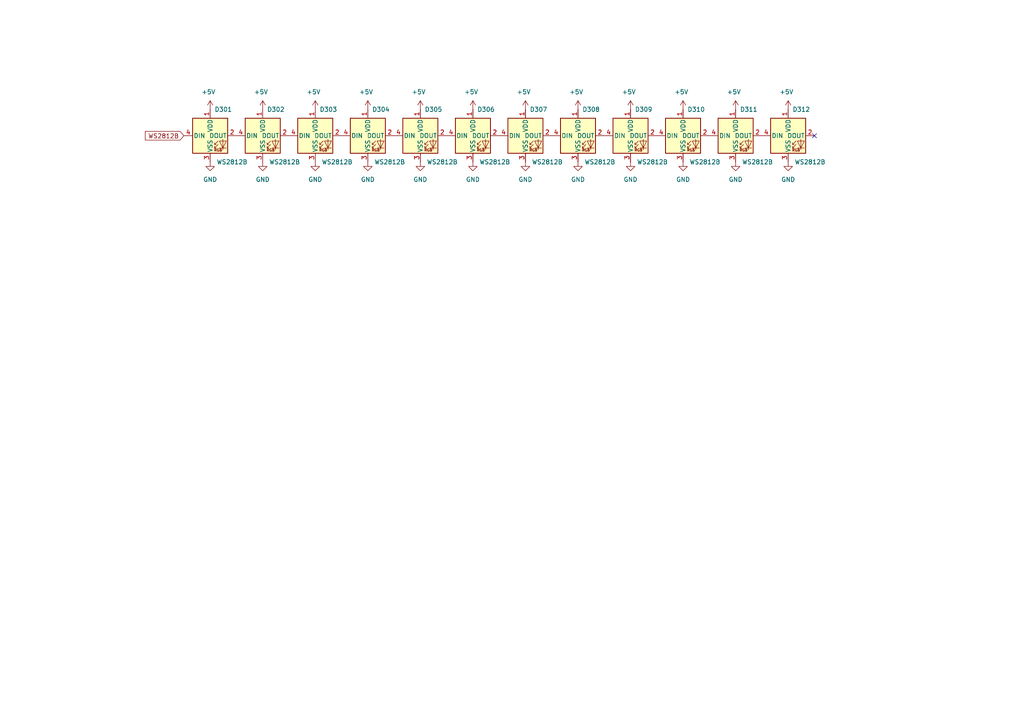
<source format=kicad_sch>
(kicad_sch (version 20211123) (generator eeschema)
  (paper "A4")
  (lib_symbols
    (symbol "LED:WS2812B" (pin_names (offset 0.254))
      (property "Reference" "D" (at 5.08 5.715 0))
      (property "Value" "WS2812B" (at 1.27 -5.715 0))
      (symbol "WS2812B_0_0"
        (text "RGB" (at 2.286 -4.191 0) (effects (font (size 0.762 0.762))))
      )
      (symbol "WS2812B_0_1"
        (polyline (pts (xy 1.27 -3.556) (xy 1.778 -3.556)))
        (polyline (pts (xy 1.27 -2.54) (xy 1.778 -2.54)))
        (polyline (pts (xy 4.699 -3.556) (xy 2.667 -3.556)))
        (polyline (pts (xy 2.286 -2.54) (xy 1.27 -3.556) (xy 1.27 -3.048)))
        (polyline (pts (xy 2.286 -1.524) (xy 1.27 -2.54) (xy 1.27 -2.032)))
        (polyline (pts (xy 3.683 -1.016) (xy 3.683 -3.556) (xy 3.683 -4.064)))
        (polyline (pts (xy 4.699 -1.524) (xy 2.667 -1.524) (xy 3.683 -3.556) (xy 4.699 -1.524)))
        (rectangle (start 5.08 5.08) (end -5.08 -5.08) (stroke (width 0.254)) (fill (type background)))
      )
      (symbol "WS2812B_1_1"
        (pin power_in line (at 0 7.62 270) (length 2.54) (name "VDD") (number "1"))
        (pin output line (at 7.62 0 180) (length 2.54) (name "DOUT") (number "2"))
        (pin power_in line (at 0 -7.62 90) (length 2.54) (name "VSS") (number "3"))
        (pin input line (at -7.62 0 0) (length 2.54) (name "DIN") (number "4"))
      )
    )
    (symbol "power:+5V" (power) (pin_names (offset 0))
      (property "Value" "+5V" (at 0 3.556 0))
      (symbol "+5V_0_1"
        (polyline (pts (xy -0.762 1.27) (xy 0 2.54)))
        (polyline (pts (xy 0 0) (xy 0 2.54)))
        (polyline (pts (xy 0 2.54) (xy 0.762 1.27)))
      )
      (symbol "+5V_1_1"
        (pin power_in line (at 0 0 90) (length 0) hide (name "+5V") (number "1"))
      )
    )
    (symbol "power:GND" (power) (pin_names (offset 0))
      (property "Value" "GND" (at 0 -3.81 0))
      (symbol "GND_0_1"
        (polyline (pts (xy 0 0) (xy 0 -1.27) (xy 1.27 -1.27) (xy 0 -2.54) (xy -1.27 -1.27) (xy 0 -1.27)))
      )
      (symbol "GND_1_1"
        (pin power_in line (at 0 0 270) (length 0) hide (name "GND") (number "1"))
      )
    )
  )
  (no_connect (at 236.22 39.37))
  (global_label "WS2812B" (shape input) (at 53.34 39.37 180) (property "Intersheet References" "${INTERSHEET_REFS}" (effects hide)))
  (symbol (lib_id "power:GND") (at 76.2 46.99 0) (unit 1)
    (property "Reference" "#PWR0304" (effects hide))
    (property "Value" "GND" (at 76.2 52.07 0))
  )
  (symbol (lib_id "LED:WS2812B") (at 152.4 39.37 0) (unit 1)
    (property "Reference" "D307" (at 156.21 31.75 0))
    (property "Value" "WS2812B" (at 158.75 46.99 0))
    (property "Footprint" "LED_SMD:LED_WS2812B_PLCC4_5.0x5.0mm_P3.2mm" (effects hide))
    (property "Datasheet" "https://cdn-shop.adafruit.com/datasheets/WS2812B.pdf" (effects hide))
  )
  (symbol (lib_id "power:+5V") (at 198.12 31.75 0) (unit 1)
    (property "Reference" "#PWR0319" (effects hide))
    (property "Value" "+5V" (at 195.58 26.67 0) (effects (justify left)))
  )
  (symbol (lib_id "power:+5V") (at 228.6 31.75 0) (unit 1)
    (property "Reference" "#PWR0323" (effects hide))
    (property "Value" "+5V" (at 226.06 26.67 0) (effects (justify left)))
  )
  (symbol (lib_id "LED:WS2812B") (at 106.68 39.37 0) (unit 1)
    (property "Reference" "D304" (at 110.49 31.75 0))
    (property "Value" "WS2812B" (at 113.03 46.99 0))
    (property "Footprint" "LED_SMD:LED_WS2812B_PLCC4_5.0x5.0mm_P3.2mm" (effects hide))
    (property "Datasheet" "https://cdn-shop.adafruit.com/datasheets/WS2812B.pdf" (effects hide))
  )
  (symbol (lib_id "LED:WS2812B") (at 198.12 39.37 0) (unit 1)
    (property "Reference" "D310" (at 201.93 31.75 0))
    (property "Value" "WS2812B" (at 204.47 46.99 0))
    (property "Footprint" "LED_SMD:LED_WS2812B_PLCC4_5.0x5.0mm_P3.2mm" (effects hide))
    (property "Datasheet" "https://cdn-shop.adafruit.com/datasheets/WS2812B.pdf" (effects hide))
  )
  (symbol (lib_id "power:GND") (at 106.68 46.99 0) (unit 1)
    (property "Reference" "#PWR0308" (effects hide))
    (property "Value" "GND" (at 106.68 52.07 0))
  )
  (symbol (lib_id "power:GND") (at 198.12 46.99 0) (unit 1)
    (property "Reference" "#PWR0320" (effects hide))
    (property "Value" "GND" (at 198.12 52.07 0))
  )
  (symbol (lib_id "power:+5V") (at 213.36 31.75 0) (unit 1)
    (property "Reference" "#PWR0321" (effects hide))
    (property "Value" "+5V" (at 210.82 26.67 0) (effects (justify left)))
  )
  (symbol (lib_id "power:GND") (at 121.92 46.99 0) (unit 1)
    (property "Reference" "#PWR0310" (effects hide))
    (property "Value" "GND" (at 121.92 52.07 0))
  )
  (symbol (lib_id "power:GND") (at 182.88 46.99 0) (unit 1)
    (property "Reference" "#PWR0318" (effects hide))
    (property "Value" "GND" (at 182.88 52.07 0))
  )
  (symbol (lib_id "power:+5V") (at 152.4 31.75 0) (unit 1)
    (property "Reference" "#PWR0313" (effects hide))
    (property "Value" "+5V" (at 149.86 26.67 0) (effects (justify left)))
  )
  (symbol (lib_id "LED:WS2812B") (at 167.64 39.37 0) (unit 1)
    (property "Reference" "D308" (at 171.45 31.75 0))
    (property "Value" "WS2812B" (at 173.99 46.99 0))
    (property "Footprint" "LED_SMD:LED_WS2812B_PLCC4_5.0x5.0mm_P3.2mm" (effects hide))
    (property "Datasheet" "https://cdn-shop.adafruit.com/datasheets/WS2812B.pdf" (effects hide))
  )
  (symbol (lib_id "LED:WS2812B") (at 76.2 39.37 0) (unit 1)
    (property "Reference" "D302" (at 80.01 31.75 0))
    (property "Value" "WS2812B" (at 82.55 46.99 0))
    (property "Footprint" "LED_SMD:LED_WS2812B_PLCC4_5.0x5.0mm_P3.2mm" (effects hide))
    (property "Datasheet" "https://cdn-shop.adafruit.com/datasheets/WS2812B.pdf" (effects hide))
  )
  (symbol (lib_id "LED:WS2812B") (at 182.88 39.37 0) (unit 1)
    (property "Reference" "D309" (at 186.69 31.75 0))
    (property "Value" "WS2812B" (at 189.23 46.99 0))
    (property "Footprint" "LED_SMD:LED_WS2812B_PLCC4_5.0x5.0mm_P3.2mm" (effects hide))
    (property "Datasheet" "https://cdn-shop.adafruit.com/datasheets/WS2812B.pdf" (effects hide))
  )
  (symbol (lib_id "LED:WS2812B") (at 213.36 39.37 0) (unit 1)
    (property "Reference" "D311" (at 217.17 31.75 0))
    (property "Value" "WS2812B" (at 219.71 46.99 0))
    (property "Footprint" "LED_SMD:LED_WS2812B_PLCC4_5.0x5.0mm_P3.2mm" (effects hide))
    (property "Datasheet" "https://cdn-shop.adafruit.com/datasheets/WS2812B.pdf" (effects hide))
  )
  (symbol (lib_id "power:GND") (at 137.16 46.99 0) (unit 1)
    (property "Reference" "#PWR0312" (effects hide))
    (property "Value" "GND" (at 137.16 52.07 0))
  )
  (symbol (lib_id "power:+5V") (at 137.16 31.75 0) (unit 1)
    (property "Reference" "#PWR0311" (effects hide))
    (property "Value" "+5V" (at 134.62 26.67 0) (effects (justify left)))
  )
  (symbol (lib_id "power:GND") (at 91.44 46.99 0) (unit 1)
    (property "Reference" "#PWR0306" (effects hide))
    (property "Value" "GND" (at 91.44 52.07 0))
  )
  (symbol (lib_id "power:GND") (at 152.4 46.99 0) (unit 1)
    (property "Reference" "#PWR0314" (effects hide))
    (property "Value" "GND" (at 152.4 52.07 0))
  )
  (symbol (lib_id "power:+5V") (at 60.96 31.75 0) (unit 1)
    (property "Reference" "#PWR0301" (effects hide))
    (property "Value" "+5V" (at 58.42 26.67 0) (effects (justify left)))
  )
  (symbol (lib_id "power:+5V") (at 121.92 31.75 0) (unit 1)
    (property "Reference" "#PWR0309" (effects hide))
    (property "Value" "+5V" (at 119.38 26.67 0) (effects (justify left)))
  )
  (symbol (lib_id "LED:WS2812B") (at 121.92 39.37 0) (unit 1)
    (property "Reference" "D305" (at 125.73 31.75 0))
    (property "Value" "WS2812B" (at 128.27 46.99 0))
    (property "Footprint" "LED_SMD:LED_WS2812B_PLCC4_5.0x5.0mm_P3.2mm" (effects hide))
    (property "Datasheet" "https://cdn-shop.adafruit.com/datasheets/WS2812B.pdf" (effects hide))
  )
  (symbol (lib_id "power:+5V") (at 106.68 31.75 0) (unit 1)
    (property "Reference" "#PWR0307" (effects hide))
    (property "Value" "+5V" (at 104.14 26.67 0) (effects (justify left)))
  )
  (symbol (lib_id "power:GND") (at 167.64 46.99 0) (unit 1)
    (property "Reference" "#PWR0316" (effects hide))
    (property "Value" "GND" (at 167.64 52.07 0))
  )
  (symbol (lib_id "LED:WS2812B") (at 91.44 39.37 0) (unit 1)
    (property "Reference" "D303" (at 95.25 31.75 0))
    (property "Value" "WS2812B" (at 97.79 46.99 0))
    (property "Footprint" "LED_SMD:LED_WS2812B_PLCC4_5.0x5.0mm_P3.2mm" (effects hide))
    (property "Datasheet" "https://cdn-shop.adafruit.com/datasheets/WS2812B.pdf" (effects hide))
  )
  (symbol (lib_id "power:+5V") (at 76.2 31.75 0) (unit 1)
    (property "Reference" "#PWR0303" (effects hide))
    (property "Value" "+5V" (at 73.66 26.67 0) (effects (justify left)))
  )
  (symbol (lib_id "power:GND") (at 228.6 46.99 0) (unit 1)
    (property "Reference" "#PWR0324" (effects hide))
    (property "Value" "GND" (at 228.6 52.07 0))
  )
  (symbol (lib_id "power:+5V") (at 167.64 31.75 0) (unit 1)
    (property "Reference" "#PWR0315" (effects hide))
    (property "Value" "+5V" (at 165.1 26.67 0) (effects (justify left)))
  )
  (symbol (lib_id "power:+5V") (at 91.44 31.75 0) (unit 1)
    (property "Reference" "#PWR0305" (effects hide))
    (property "Value" "+5V" (at 88.9 26.67 0) (effects (justify left)))
  )
  (symbol (lib_id "LED:WS2812B") (at 228.6 39.37 0) (unit 1)
    (property "Reference" "D312" (at 232.41 31.75 0))
    (property "Value" "WS2812B" (at 234.95 46.99 0))
    (property "Footprint" "LED_SMD:LED_WS2812B_PLCC4_5.0x5.0mm_P3.2mm" (effects hide))
    (property "Datasheet" "https://cdn-shop.adafruit.com/datasheets/WS2812B.pdf" (effects hide))
  )
  (symbol (lib_id "LED:WS2812B") (at 60.96 39.37 0) (unit 1)
    (property "Reference" "D301" (at 64.77 31.75 0))
    (property "Value" "WS2812B" (at 67.31 46.99 0))
    (property "Footprint" "LED_SMD:LED_WS2812B_PLCC4_5.0x5.0mm_P3.2mm" (effects hide))
    (property "Datasheet" "https://cdn-shop.adafruit.com/datasheets/WS2812B.pdf" (effects hide))
  )
  (symbol (lib_id "LED:WS2812B") (at 137.16 39.37 0) (unit 1)
    (property "Reference" "D306" (at 140.97 31.75 0))
    (property "Value" "WS2812B" (at 143.51 46.99 0))
    (property "Footprint" "LED_SMD:LED_WS2812B_PLCC4_5.0x5.0mm_P3.2mm" (effects hide))
    (property "Datasheet" "https://cdn-shop.adafruit.com/datasheets/WS2812B.pdf" (effects hide))
  )
  (symbol (lib_id "power:GND") (at 213.36 46.99 0) (unit 1)
    (property "Reference" "#PWR0322" (effects hide))
    (property "Value" "GND" (at 213.36 52.07 0))
  )
  (symbol (lib_id "power:+5V") (at 182.88 31.75 0) (unit 1)
    (property "Reference" "#PWR0317" (effects hide))
    (property "Value" "+5V" (at 180.34 26.67 0) (effects (justify left)))
  )
  (symbol (lib_id "power:GND") (at 60.96 46.99 0) (unit 1)
    (property "Reference" "#PWR0302" (effects hide))
    (property "Value" "GND" (at 60.96 52.07 0))
  )
)
</source>
